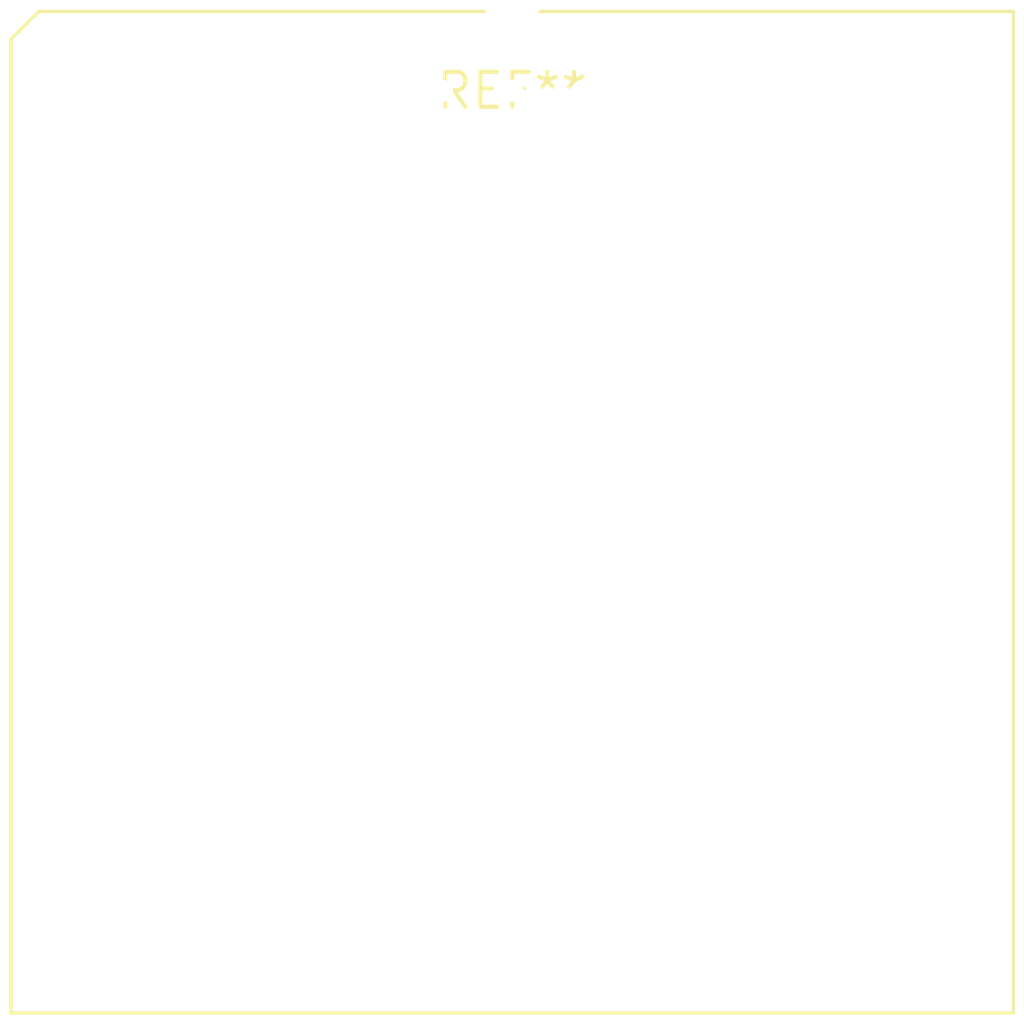
<source format=kicad_pcb>
(kicad_pcb (version 20240108) (generator pcbnew)
  (layers (0 "F.Cu" signal) (31 "B.Cu" signal) (34 "B.Paste" user) (35 "F.Paste" user) (36 "B.SilkS" user "B.Silkscreen") (37 "F.SilkS" user "F.Silkscreen") (38 "B.Mask" user) (39 "F.Mask" user) (44 "Edge.Cuts" user))
  (net 0 "")
  (footprint "PLCC-84_THT-Socket" (layer "F.Cu") (at 0 0)
    (property "Reference" "REF**")
    (property "Value" "PLCC-84_THT-Socket")
    (fp_line (start -18.125 -1.87) (end -18.125 33.35) (layer "F.SilkS") (stroke (width 0.12)))
    (fp_line (start -18.125 33.35) (end 18.125 33.35) (layer "F.SilkS") (stroke (width 0.12)))
    (fp_line (start -17.125 -2.87) (end -18.125 -1.87) (layer "F.SilkS") (stroke (width 0.12)))
    (fp_line (start -1 -2.87) (end -17.125 -2.87) (layer "F.SilkS") (stroke (width 0.12)))
    (fp_line (start 18.125 -2.87) (end 1 -2.87) (layer "F.SilkS") (stroke (width 0.12)))
    (fp_line (start 18.125 33.35) (end 18.125 -2.87) (layer "F.SilkS") (stroke (width 0.12)))
    (pad "1" thru_hole rect (at 0 0) (size 1.4224 1.4224) (drill 0.8) (layers *.Cu *.Mask) (remove_unused_layers))
    (pad "2" thru_hole circle (at 0 2.54) (size 1.4224 1.4224) (drill 0.8) (layers *.Cu *.Mask) (remove_unused_layers))
    (pad "3" thru_hole circle (at -2.54 0) (size 1.4224 1.4224) (drill 0.8) (layers *.Cu *.Mask) (remove_unused_layers))
    (pad "4" thru_hole circle (at -2.54 2.54) (size 1.4224 1.4224) (drill 0.8) (layers *.Cu *.Mask) (remove_unused_layers))
    (pad "5" thru_hole circle (at -5.08 0) (size 1.4224 1.4224) (drill 0.8) (layers *.Cu *.Mask) (remove_unused_layers))
    (pad "6" thru_hole circle (at -5.08 2.54) (size 1.4224 1.4224) (drill 0.8) (layers *.Cu *.Mask) (remove_unused_layers))
    (pad "7" thru_hole circle (at -7.62 0) (size 1.4224 1.4224) (drill 0.8) (layers *.Cu *.Mask) (remove_unused_layers))
    (pad "8" thru_hole circle (at -7.62 2.54) (size 1.4224 1.4224) (drill 0.8) (layers *.Cu *.Mask) (remove_unused_layers))
    (pad "9" thru_hole circle (at -10.16 0) (size 1.4224 1.4224) (drill 0.8) (layers *.Cu *.Mask) (remove_unused_layers))
    (pad "10" thru_hole circle (at -10.16 2.54) (size 1.4224 1.4224) (drill 0.8) (layers *.Cu *.Mask) (remove_unused_layers))
    (pad "11" thru_hole circle (at -12.7 0) (size 1.4224 1.4224) (drill 0.8) (layers *.Cu *.Mask) (remove_unused_layers))
    (pad "12" thru_hole circle (at -15.24 2.54) (size 1.4224 1.4224) (drill 0.8) (layers *.Cu *.Mask) (remove_unused_layers))
    (pad "13" thru_hole circle (at -12.7 2.54) (size 1.4224 1.4224) (drill 0.8) (layers *.Cu *.Mask) (remove_unused_layers))
    (pad "14" thru_hole circle (at -15.24 5.08) (size 1.4224 1.4224) (drill 0.8) (layers *.Cu *.Mask) (remove_unused_layers))
    (pad "15" thru_hole circle (at -12.7 5.08) (size 1.4224 1.4224) (drill 0.8) (layers *.Cu *.Mask) (remove_unused_layers))
    (pad "16" thru_hole circle (at -15.24 7.62) (size 1.4224 1.4224) (drill 0.8) (layers *.Cu *.Mask) (remove_unused_layers))
    (pad "17" thru_hole circle (at -12.7 7.62) (size 1.4224 1.4224) (drill 0.8) (layers *.Cu *.Mask) (remove_unused_layers))
    (pad "18" thru_hole circle (at -15.24 10.16) (size 1.4224 1.4224) (drill 0.8) (layers *.Cu *.Mask) (remove_unused_layers))
    (pad "19" thru_hole circle (at -12.7 10.16) (size 1.4224 1.4224) (drill 0.8) (layers *.Cu *.Mask) (remove_unused_layers))
    (pad "20" thru_hole circle (at -15.24 12.7) (size 1.4224 1.4224) (drill 0.8) (layers *.Cu *.Mask) (remove_unused_layers))
    (pad "21" thru_hole circle (at -12.7 12.7) (size 1.4224 1.4224) (drill 0.8) (layers *.Cu *.Mask) (remove_unused_layers))
    (pad "22" thru_hole circle (at -15.24 15.24) (size 1.4224 1.4224) (drill 0.8) (layers *.Cu *.Mask) (remove_unused_layers))
    (pad "23" thru_hole circle (at -12.7 15.24) (size 1.4224 1.4224) (drill 0.8) (layers *.Cu *.Mask) (remove_unused_layers))
    (pad "24" thru_hole circle (at -15.24 17.78) (size 1.4224 1.4224) (drill 0.8) (layers *.Cu *.Mask) (remove_unused_layers))
    (pad "25" thru_hole circle (at -12.7 17.78) (size 1.4224 1.4224) (drill 0.8) (layers *.Cu *.Mask) (remove_unused_layers))
    (pad "26" thru_hole circle (at -15.24 20.32) (size 1.4224 1.4224) (drill 0.8) (layers *.Cu *.Mask) (remove_unused_layers))
    (pad "27" thru_hole circle (at -12.7 20.32) (size 1.4224 1.4224) (drill 0.8) (layers *.Cu *.Mask) (remove_unused_layers))
    (pad "28" thru_hole circle (at -15.24 22.86) (size 1.4224 1.4224) (drill 0.8) (layers *.Cu *.Mask) (remove_unused_layers))
    (pad "29" thru_hole circle (at -12.7 22.86) (size 1.4224 1.4224) (drill 0.8) (layers *.Cu *.Mask) (remove_unused_layers))
    (pad "30" thru_hole circle (at -15.24 25.4) (size 1.4224 1.4224) (drill 0.8) (layers *.Cu *.Mask) (remove_unused_layers))
    (pad "31" thru_hole circle (at -12.7 25.4) (size 1.4224 1.4224) (drill 0.8) (layers *.Cu *.Mask) (remove_unused_layers))
    (pad "32" thru_hole circle (at -15.24 27.94) (size 1.4224 1.4224) (drill 0.8) (layers *.Cu *.Mask) (remove_unused_layers))
    (pad "33" thru_hole circle (at -12.7 30.48) (size 1.4224 1.4224) (drill 0.8) (layers *.Cu *.Mask) (remove_unused_layers))
    (pad "34" thru_hole circle (at -12.7 27.94) (size 1.4224 1.4224) (drill 0.8) (layers *.Cu *.Mask) (remove_unused_layers))
    (pad "35" thru_hole circle (at -10.16 30.48) (size 1.4224 1.4224) (drill 0.8) (layers *.Cu *.Mask) (remove_unused_layers))
    (pad "36" thru_hole circle (at -10.16 27.94) (size 1.4224 1.4224) (drill 0.8) (layers *.Cu *.Mask) (remove_unused_layers))
    (pad "37" thru_hole circle (at -7.62 30.48) (size 1.4224 1.4224) (drill 0.8) (layers *.Cu *.Mask) (remove_unused_layers))
    (pad "38" thru_hole circle (at -7.62 27.94) (size 1.4224 1.4224) (drill 0.8) (layers *.Cu *.Mask) (remove_unused_layers))
    (pad "39" thru_hole circle (at -5.08 30.48) (size 1.4224 1.4224) (drill 0.8) (layers *.Cu *.Mask) (remove_unused_layers))
    (pad "40" thru_hole circle (at -5.08 27.94) (size 1.4224 1.4224) (drill 0.8) (layers *.Cu *.Mask) (remove_unused_layers))
    (pad "41" thru_hole circle (at -2.54 30.48) (size 1.4224 1.4224) (drill 0.8) (layers *.Cu *.Mask) (remove_unused_layers))
    (pad "42" thru_hole circle (at -2.54 27.94) (size 1.4224 1.4224) (drill 0.8) (layers *.Cu *.Mask) (remove_unused_layers))
    (pad "43" thru_hole circle (at 0 30.48) (size 1.4224 1.4224) (drill 0.8) (layers *.Cu *.Mask) (remove_unused_layers))
    (pad "44" thru_hole circle (at 0 27.94) (size 1.4224 1.4224) (drill 0.8) (layers *.Cu *.Mask) (remove_unused_layers))
    (pad "45" thru_hole circle (at 2.54 30.48) (size 1.4224 1.4224) (drill 0.8) (layers *.Cu *.Mask) (remove_unused_layers))
    (pad "46" thru_hole circle (at 2.54 27.94) (size 1.4224 1.4224) (drill 0.8) (layers *.Cu *.Mask) (remove_unused_layers))
    (pad "47" thru_hole circle (at 5.08 30.48) (size 1.4224 1.4224) (drill 0.8) (layers *.Cu *.Mask) (remove_unused_layers))
    (pad "48" thru_hole circle (at 5.08 27.94) (size 1.4224 1.4224) (drill 0.8) (layers *.Cu *.Mask) (remove_unused_layers))
    (pad "49" thru_hole circle (at 7.62 30.48) (size 1.4224 1.4224) (drill 0.8) (layers *.Cu *.Mask) (remove_unused_layers))
    (pad "50" thru_hole circle (at 7.62 27.94) (size 1.4224 1.4224) (drill 0.8) (layers *.Cu *.Mask) (remove_unused_layers))
    (pad "51" thru_hole circle (at 10.16 30.48) (size 1.4224 1.4224) (drill 0.8) (layers *.Cu *.Mask) (remove_unused_layers))
    (pad "52" thru_hole circle (at 10.16 27.94) (size 1.4224 1.4224) (drill 0.8) (layers *.Cu *.Mask) (remove_unused_layers))
    (pad "53" thru_hole circle (at 12.7 30.48) (size 1.4224 1.4224) (drill 0.8) (layers *.Cu *.Mask) (remove_unused_layers))
    (pad "54" thru_hole circle (at 15.24 27.94) (size 1.4224 1.4224) (drill 0.8) (layers *.Cu *.Mask) (remove_unused_layers))
    (pad "55" thru_hole circle (at 12.7 27.94) (size 1.4224 1.4224) (drill 0.8) (layers *.Cu *.Mask) (remove_unused_layers))
    (pad "56" thru_hole circle (at 15.24 25.4) (size 1.4224 1.4224) (drill 0.8) (layers *.Cu *.Mask) (remove_unused_layers))
    (pad "57" thru_hole circle (at 12.7 25.4) (size 1.4224 1.4224) (drill 0.8) (layers *.Cu *.Mask) (remove_unused_layers))
    (pad "58" thru_hole circle (at 15.24 22.86) (size 1.4224 1.4224) (drill 0.8) (layers *.Cu *.Mask) (remove_unused_layers))
    (pad "59" thru_hole circle (at 12.7 22.86) (size 1.4224 1.4224) (drill 0.8) (layers *.Cu *.Mask) (remove_unused_layers))
    (pad "60" thru_hole circle (at 15.24 20.32) (size 1.4224 1.4224) (drill 0.8) (layers *.Cu *.Mask) (remove_unused_layers))
    (pad "61" thru_hole circle (at 12.7 20.32) (size 1.4224 1.4224) (drill 0.8) (layers *.Cu *.Mask) (remove_unused_layers))
    (pad "62" thru_hole circle (at 15.24 17.78) (size 1.4224 1.4224) (drill 0.8) (layers *.Cu *.Mask) (remove_unused_layers))
    (pad "63" thru_hole circle (at 12.7 17.78) (size 1.4224 1.4224) (drill 0.8) (layers *.Cu *.Mask) (remove_unused_layers))
    (pad "64" thru_hole circle (at 15.24 15.24) (size 1.4224 1.4224) (drill 0.8) (layers *.Cu *.Mask) (remove_unused_layers))
    (pad "65" thru_hole circle (at 12.7 15.24) (size 1.4224 1.4224) (drill 0.8) (layers *.Cu *.Mask) (remove_unused_layers))
    (pad "66" thru_hole circle (at 15.24 12.7) (size 1.4224 1.4224) (drill 0.8) (layers *.Cu *.Mask) (remove_unused_layers))
    (pad "67" thru_hole circle (at 12.7 12.7) (size 1.4224 1.4224) (drill 0.8) (layers *.Cu *.Mask) (remove_unused_layers))
    (pad "68" thru_hole circle (at 15.24 10.16) (size 1.4224 1.4224) (drill 0.8) (layers *.Cu *.Mask) (remove_unused_layers))
    (pad "69" thru_hole circle (at 12.7 10.16) (size 1.4224 1.4224) (drill 0.8) (layers *.Cu *.Mask) (remove_unused_layers))
    (pad "70" thru_hole circle (at 15.24 7.62) (size 1.4224 1.4224) (drill 0.8) (layers *.Cu *.Mask) (remove_unused_layers))
    (pad "71" thru_hole circle (at 12.7 7.62) (size 1.4224 1.4224) (drill 0.8) (layers *.Cu *.Mask) (remove_unused_layers))
    (pad "72" thru_hole circle (at 15.24 5.08) (size 1.4224 1.4224) (drill 0.8) (layers *.Cu *.Mask) (remove_unused_layers))
    (pad "73" thru_hole circle (at 12.7 5.08) (size 1.4224 1.4224) (drill 0.8) (layers *.Cu *.Mask) (remove_unused_layers))
    (pad "74" thru_hole circle (at 15.24 2.54) (size 1.4224 1.4224) (drill 0.8) (layers *.Cu *.Mask) (remove_unused_layers))
    (pad "75" thru_hole circle (at 12.7 0) (size 1.4224 1.4224) (drill 0.8) (layers *.Cu *.Mask) (remove_unused_layers))
    (pad "76" thru_hole circle (at 12.7 2.54) (size 1.4224 1.4224) (drill 0.8) (layers *.Cu *.Mask) (remove_unused_layers))
    (pad "77" thru_hole circle (at 10.16 0) (size 1.4224 1.4224) (drill 0.8) (layers *.Cu *.Mask) (remove_unused_layers))
    (pad "78" thru_hole circle (at 10.16 2.54) (size 1.4224 1.4224) (drill 0.8) (layers *.Cu *.Mask) (remove_unused_layers))
    (pad "79" thru_hole circle (at 7.62 0) (size 1.4224 1.4224) (drill 0.8) (layers *.Cu *.Mask) (remove_unused_layers))
    (pad "80" thru_hole circle (at 7.62 2.54) (size 1.4224 1.4224) (drill 0.8) (layers *.Cu *.Mask) (remove_unused_layers))
    (pad "81" thru_hole circle (at 5.08 0) (size 1.4224 1.4224) (drill 0.8) (layers *.Cu *.Mask) (remove_unused_layers))
    (pad "82" thru_hole circle (at 5.08 2.54) (size 1.4224 1.4224) (drill 0.8) (layers *.Cu *.Mask) (remove_unused_layers))
    (pad "83" thru_hole circle (at 2.54 0) (size 1.4224 1.4224) (drill 0.8) (layers *.Cu *.Mask) (remove_unused_layers))
    (pad "84" thru_hole circle (at 2.54 2.54) (size 1.4224 1.4224) (drill 0.8) (layers *.Cu *.Mask) (remove_unused_layers))
  )
)
</source>
